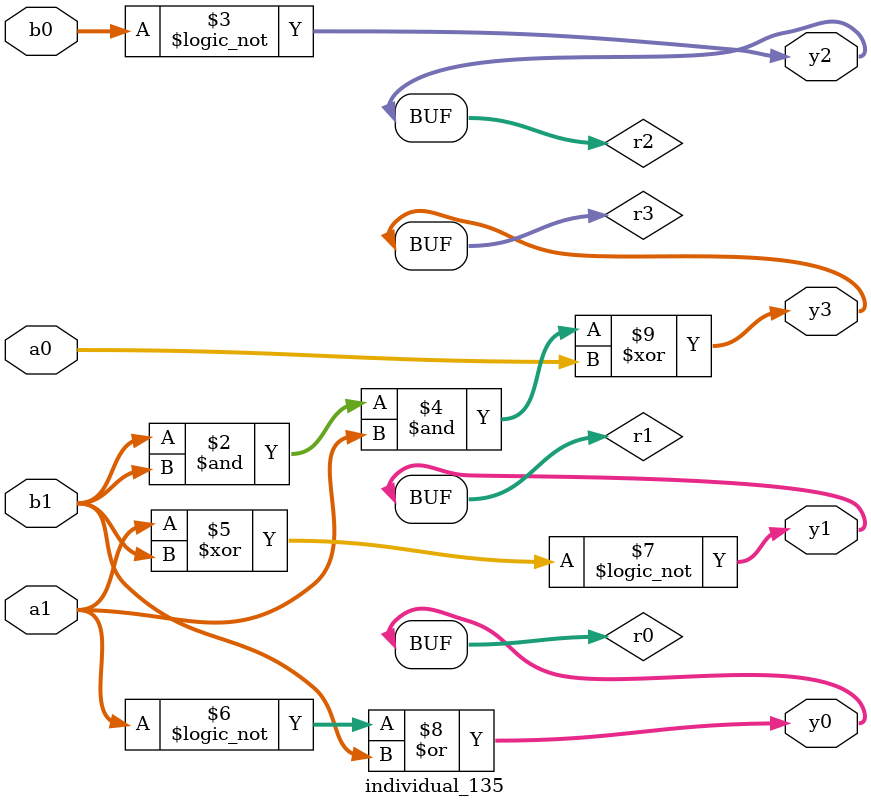
<source format=sv>
module individual_135(input logic [15:0] a1, input logic [15:0] a0, input logic [15:0] b1, input logic [15:0] b0, output logic [15:0] y3, output logic [15:0] y2, output logic [15:0] y1, output logic [15:0] y0);
logic [15:0] r0, r1, r2, r3; 
 always@(*) begin 
	 r0 = a0; r1 = a1; r2 = b0; r3 = b1; 
 	 r3  &=  b1 ;
 	 r2 = ! b0 ;
 	 r3  &=  r1 ;
 	 r1  ^=  b1 ;
 	 r0 = ! a1 ;
 	 r1 = ! r1 ;
 	 r0  |=  b1 ;
 	 r3  ^=  a0 ;
 	 y3 = r3; y2 = r2; y1 = r1; y0 = r0; 
end
endmodule
</source>
